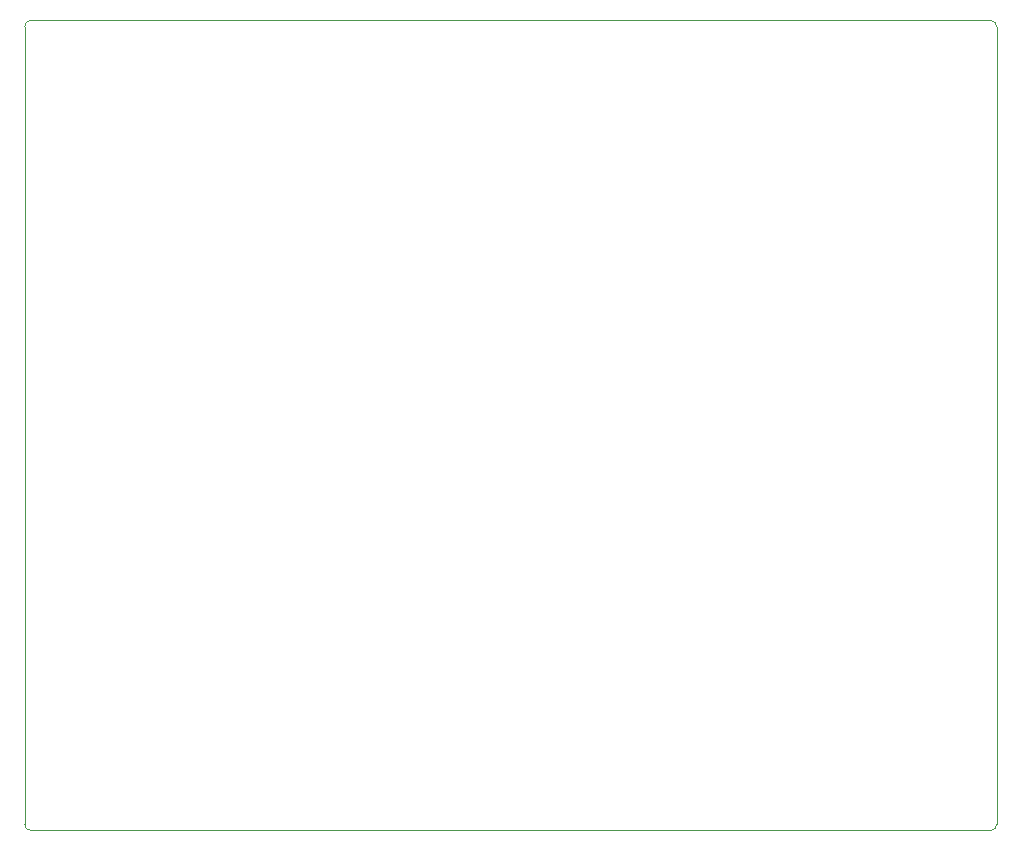
<source format=gm1>
G04 #@! TF.GenerationSoftware,KiCad,Pcbnew,8.0.0*
G04 #@! TF.CreationDate,2024-03-08T00:36:58-06:00*
G04 #@! TF.ProjectId,mn_wild_siren_v2p0,6d6e5f77-696c-4645-9f73-6972656e5f76,rev?*
G04 #@! TF.SameCoordinates,Original*
G04 #@! TF.FileFunction,Profile,NP*
%FSLAX46Y46*%
G04 Gerber Fmt 4.6, Leading zero omitted, Abs format (unit mm)*
G04 Created by KiCad (PCBNEW 8.0.0) date 2024-03-08 00:36:58*
%MOMM*%
%LPD*%
G01*
G04 APERTURE LIST*
G04 #@! TA.AperFunction,Profile*
%ADD10C,0.050000*%
G04 #@! TD*
G04 APERTURE END LIST*
D10*
X244312305Y-135362304D02*
G75*
G02*
X243792304Y-135882305I-520005J4D01*
G01*
X244302305Y-67827696D02*
X244312305Y-135362304D01*
X162000000Y-135370000D02*
X161997695Y-67827696D01*
X243792304Y-135882305D02*
X162520001Y-135890001D01*
X162520001Y-135890001D02*
G75*
G02*
X161999999Y-135370000I-1J520001D01*
G01*
X162517696Y-67307695D02*
X243782304Y-67307695D01*
X161997695Y-67827696D02*
G75*
G02*
X162517696Y-67307695I520005J-4D01*
G01*
X243782304Y-67307695D02*
G75*
G02*
X244302305Y-67827696I-4J-520005D01*
G01*
M02*

</source>
